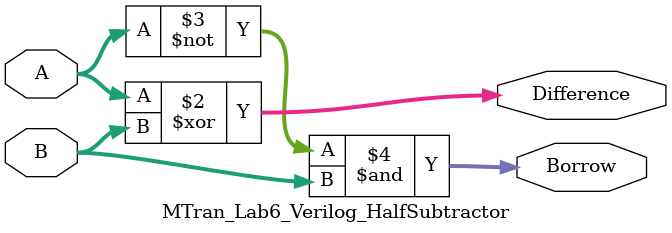
<source format=v>
module MTran_Lab6_Verilog_HalfSubtractor(
		input  wire [3:0] A,
		input  wire [3:0] B,
		output reg  [3:0] Difference,
		output reg  [3:0] Borrow
);

always @*
begin
	Difference = A ^ B;
	Borrow = (~A) & B;
end 

endmodule
</source>
